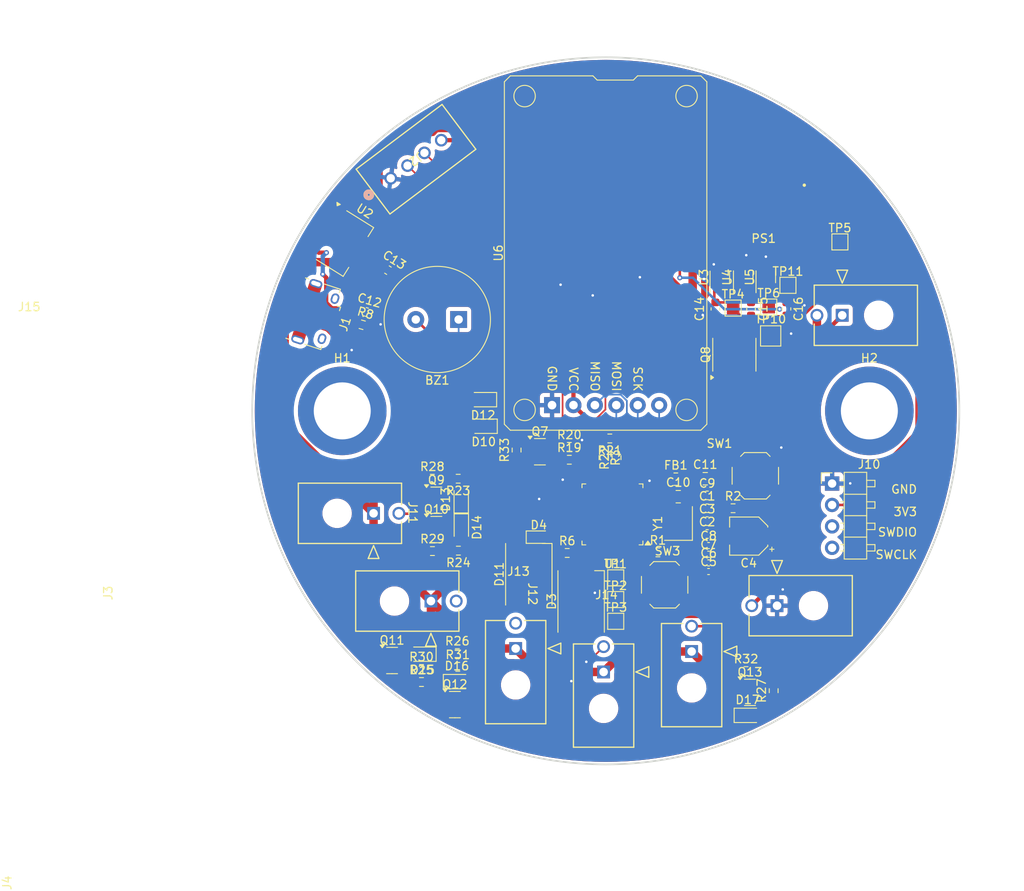
<source format=kicad_pcb>
(kicad_pcb (version 20221018) (generator pcbnew)
  (layers (0 "F.Cu" signal) (31 "B.Cu" signal) (34 "B.Paste" user) (35 "F.Paste" user) (36 "B.SilkS" user "B.Silkscreen") (37 "F.SilkS" user "F.Silkscreen") (38 "B.Mask" user) (39 "F.Mask" user) (44 "Edge.Cuts" user))
  (net 0 "")
  (net 1 "Net-(BZ1-+)")
  (net 2 "Net-(BZ1--)")
  (net 3 "STM_RESET")
  (net 4 "GND")
  (net 5 "OSC_IN")
  (net 6 "OSC_OUT")
  (net 7 "+3.3V")
  (net 8 "+3.3VA")
  (net 9 "/USB_5V")
  (net 10 "V_REGUSB")
  (net 11 "V_SWD")
  (net 12 "V_Buck")
  (net 13 "Net-(D11-DIN)")
  (net 14 "RGB_DATA")
  (net 15 "Net-(D4-A)")
  (net 16 "+BATT")
  (net 18 "Net-(D13-A)")
  (net 19 "Net-(D14-A)")
  (net 20 "Net-(D15-A)")
  (net 21 "Net-(D16-A)")
  (net 22 "Net-(D17-A)")
  (net 23 "USB_D-")
  (net 24 "USB_D+")
  (net 27 "MUX_SDA")
  (net 28 "MUX_SCL")
  (net 29 "Net-(J3-Pad1)")
  (net 30 "Net-(J3-Pad2)")
  (net 31 "SWDIO")
  (net 32 "SWCLK")
  (net 34 "Net-(Q7-G)")
  (net 35 "Net-(Q9-G)")
  (net 36 "Net-(Q10-G)")
  (net 37 "Net-(Q11-G)")
  (net 38 "Net-(Q12-G)")
  (net 39 "Net-(Q13-G)")
  (net 40 "BOOT0")
  (net 41 "BOOT1")
  (net 42 "DB_LED")
  (net 43 "BUZZER")
  (net 44 "BATT_SENSE")
  (net 45 "Sol_0")
  (net 46 "Sol_1")
  (net 47 "Sol_2")
  (net 48 "Sol_3")
  (net 49 "Pump")
  (net 50 "Net-(U1-PB5)")
  (net 51 "Net-(U1-PB6)")
  (net 52 "Net-(U1-PB7)")
  (net 56 "SD_CS")
  (net 57 "SD_CLK")
  (net 58 "SD_MISO")
  (net 59 "SD_MOSI")
  (footprint "Resistor_SMD:R_0603_1608Metric" (layer "F.Cu") (at 171.4875 130.95)
    (fp_text reference "R28")
    (fp_text value "510R" hide)
  )
  (footprint "Package_TO_SOT_SMD:SOT-23" (layer "F.Cu") (at 171.9625 136.975)
    (fp_text reference "Q10")
    (fp_text value "AO3400A" hide)
  )
  (footprint "Package_QFP:LQFP-48_7x7mm_P0.5mm" (layer "F.Cu") (at 192.8375 135.175 180)
    (fp_text reference "U1")
    (fp_text value "STM32F103CBT6" hide)
  )
  (footprint "Diode_SMD:D_SOD-323" (layer "F.Cu") (at 174.9125 133.4 90)
    (fp_text reference "D13")
    (fp_text value "1N5819WS" hide)
  )
  (footprint "Diode_SMD:D_SOD-323" (layer "F.Cu") (at 208.875 159)
    (fp_text reference "D17")
    (fp_text value "1N5819WS" hide)
  )
  (footprint "Capacitor_SMD:C_0603_1608Metric" (layer "F.Cu") (at 166.225 106.225 -32)
    (fp_text reference "C13")
    (fp_text value "10uF" hide)
  )
  (footprint "TestPoint:TestPoint_Pad_1.5x1.5mm" (layer "F.Cu") (at 213.641474 108.022066)
    (fp_text reference "TP11")
    (fp_text value "TP_VBUCK" hide)
  )
  (footprint "CONV_K7812JT-500R3-LB:CONV_K7812JT-500R3-LB" (layer "F.Cu") (at 208.88 92.99 180)
    (fp_text reference "PS1")
    (fp_text value "K7803JT-500R3-LB")
  )
  (footprint "Rod_Mounting_Hole_6.7564mm:Rod_Mounting_Hole_6.7564mm" (layer "F.Cu") (at 223.292 122.905)
    (fp_text reference "H2")
    (fp_text value "MountingHole" hide)
  )
  (footprint "LED_SMD:LED_0603_1608Metric" (layer "F.Cu") (at 184.1 137.875)
    (fp_text reference "D4")
    (fp_text value "DB_LED (YLW)" hide)
  )
  (footprint "Resistor_SMD:R_0603_1608Metric" (layer "F.Cu") (at 207.1375 134.45)
    (fp_text reference "R2")
    (fp_text value "10k" hide)
  )
  (footprint "Diode_SMD:D_SOD-323" (layer "F.Cu") (at 177.5 121.575 180)
    (fp_text reference "D12")
    (fp_text value "1N5819WS" hide)
  )
  (footprint "CONN 0430450200:CON_430450200_MOL" (layer "F.Cu") (at 202.225 151.430001)
    (fp_text reference "J15")
    (fp_text value "430450200" hide)
  )
  (footprint "Package_TO_SOT_SMD:SOT-23" (layer "F.Cu") (at 209.1375 156.275)
    (fp_text reference "Q13")
    (fp_text value "AO3400A" hide)
  )
  (footprint "Resistor_SMD:R_0603_1608Metric" (layer "F.Cu") (at 174.55 130.95 180)
    (fp_text reference "R23")
    (fp_text value "10k" hide)
  )
  (footprint "CONN 0430450200:CON_430450200_MOL" (layer "F.Cu") (at 220.074999 111.575 90)
    (fp_text reference "J3")
    (fp_text value "430450200" hide)
  )
  (footprint "Button_Switch_SMD:SW_Push_1P1T_XKB_TS-1187A" (layer "F.Cu") (at 199.025 143.525)
    (fp_text reference "SW3")
    (fp_text value "SW_STM_BOOT_MODE" hide)
  )
  (footprint "MicroSD Card Reader:MicroSD Card Reader" (layer "F.Cu") (at 192.025 104.191 90)
    (fp_text reference "U6")
    (fp_text value "Micro_SD_Reader" hide)
  )
  (footprint "LMR66100:SC-70-6_Handsoldering" (layer "F.Cu") (at 211.016474 107.047066 90)
    (fp_text reference "U5")
    (fp_text value "LM66100DCKR" hide)
  )
  (footprint "TestPoint:TestPoint_Pad_1.5x1.5mm" (layer "F.Cu") (at 211.366474 110.597066)
    (fp_text reference "TP6")
    (fp_text value "TP_VUSB" hide)
  )
  (footprint "Resistor_SMD:R_0603_1608Metric" (layer "F.Cu") (at 170.2 153.5)
    (fp_text reference "R30")
    (fp_text value "510R" hide)
  )
  (footprint "Resistor_SMD:R_0603_1608Metric" (layer "F.Cu") (at 174.45 151.625)
    (fp_text reference "R26")
    (fp_text value "10k" hide)
  )
  (footprint "Capacitor_SMD:C_0603_1608Metric" (layer "F.Cu") (at 209.266474 110.822066 -90)
    (fp_text reference "C15")
    (fp_text value "1uF" hide)
  )
  (footprint "Capacitor_SMD:C_0603_1608Metric" (layer "F.Cu") (at 163.644978 111.188619 -16)
    (fp_text reference "C12")
    (fp_text value "10uF" hide)
  )
  (footprint "Resistor_SMD:R_0603_1608Metric" (layer "F.Cu") (at 211.95 156.075 90)
    (fp_text reference "R27")
    (fp_text value "10k" hide)
  )
  (footprint "Resistor_SMD:R_0805_2012Metric" (layer "F.Cu") (at 200.35 131)
    (fp_text reference "FB1")
    (fp_text value "100R" hide)
  )
  (footprint "Capacitor_SMD:C_0603_1608Metric" (layer "F.Cu") (at 204.0625 134.45)
    (fp_text reference "C1")
    (fp_text value "100nF" hide)
  )
  (footprint "Diode_SMD:D_SOD-323" (layer "F.Cu") (at 174.925 136.725 -90)
    (fp_text reference "D14")
    (fp_text value "1N5819WS" hide)
  )
  (footprint "Resistor_SMD:R_0603_1608Metric" (layer "F.Cu") (at 163.175 112.7 -16)
    (fp_text reference "R8")
    (fp_text value "1.5k" hide)
  )
  (footprint "SWD_Header:SWD_PinHeader_1x04_P2.54mm_Horizontal" (layer "F.Cu") (at 218.875 131.52)
    (fp_text reference "J10")
    (fp_text value "SWD_01x04_Pin" hide)
  )
  (footprint "Capacitor_SMD:C_0603_1608Metric" (layer "F.Cu") (at 204.0625 132.925)
    (fp_text reference "C9")
    (fp_text value "10n" hide)
  )
  (footprint "Package_TO_SOT_SMD:SOT-23" (layer "F.Cu") (at 174.1625 157.725)
    (fp_text reference "Q12")
    (fp_text value "AO3400A" hide)
  )
  (footprint "TestPoint:TestPoint_Pad_1.5x1.5mm" (layer "F.Cu") (at 193.225 142.7)
    (fp_text reference "TP1")
    (fp_text value "TP_PB5" hide)
  )
  (footprint "Package_SO:SOIC-8_3.9x4.9mm_P1.27mm" (layer "F.Cu") (at 207.286474 116.247066 90)
    (fp_text reference "Q8")
    (fp_text value "AO4447A" hide)
  )
  (footprint "Package_TO_SOT_SMD:SOT-23" (layer "F.Cu") (at 171.9625 133.5)
    (fp_text reference "Q9")
    (fp_text value "AO3400A" hide)
  )
  (footprint "Resistor_SMD:R_0603_1608Metric" (layer "F.Cu") (at 174.5 153.25)
    (fp_text reference "R31")
    (fp_text value "510R" hide)
  )
  (footprint "Button_Switch_SMD:SW_Push_1P1T_XKB_TS-1187A" (layer "F.Cu") (at 209.775 130.6)
    (fp_text reference "SW1")
    (fp_text value "SW_STM_RESET" hide)
  )
  (footprint "CONN 0430450200:CON_430450200_MOL" (layer "F.Cu") (at 171.319999 145.45 -90)
    (fp_text reference "J12")
    (fp_text value "430450200" hide)
  )
  (footprint "LMR66100:SC-70-6_Handsoldering" (layer "F.Cu") (at 205.566474 107.072066 90)
    (fp_text reference "U3")
    (fp_text value "LM66100DCKR" hide)
  )
  (footprint "CONN 0430450200:CON_430450200_MOL" (layer "F.Cu") (at 212.35 146 90)
    (fp_text reference "J4")
    (fp_text value "430450200" hide)
  )
  (footprint "TestPoint:TestPoint_Pad_1.5x1.5mm" (layer "F.Cu") (at 219.8 102.875)
    (fp_text reference "TP5")
    (fp_text value "TP_MUX" hide)
  )
  (footprint "Resistor_SMD:R_0603_1608Metric" (layer "F.Cu") (at 198.225 139.675)
    (fp_text reference "R1")
    (fp_text value "100k" hide)
  )
  (footprint "Capacitor_SMD:C_0603_1608Metric" (layer "F.Cu") (at 204.0625 137.5)
    (fp_text reference "C2")
    (fp_text value "10p" hide)
  )
  (footprint "B04B_XASK_1:CONN_B04B-XASK-1_JST" (layer "F.Cu") (at 166.555357 95.332125 -143)
    (fp_text reference "J2")
    (fp_text value "B04B-XASK-1")
  )
  (footprint "Buzzer_12.6x9.5RM5.0:Buzzer_12.6x9.5RM5.0" (layer "F.Cu") (at 175.875 112.075 180)
    (fp_text reference "BZ1")
    (fp_text value "PKM13EPYH4000" hide)
  )
  (footprint "Capacitor_SMD:C_0805_2012Metric" (layer "F.Cu") (at 203.8375 130.95)
    (fp_text reference "C11")
    (fp_text value "1uF" hide)
  )
  (footprint "TestPoint:TestPoint_Pad_1.5x1.5mm" (layer "F.Cu") (at 193.225 147.85)
    (fp_text reference "TP3")
    (fp_text value "TP_PB7" hide)
  )
  (footprint "USB_Micro-B_Amphenol_10118194_Horizontal:USB_Micro-B_Amphenol_10118194_Horizontal" (layer "F.Cu") (at 157.844382 111.549189 -108)
    (fp_text reference "J1")
    (fp_text value "USB_B_Micro" hide)
  )
  (footprint "Resistor_SMD:R_0603_1608Metric" (layer "F.Cu") (at 174.575 139.475 180)
    (fp_text reference "R24")
    (fp_text value "10k" hide)
  )
  (footprint "Diode_SMD:D_SOD-323" (layer "F.Cu") (at 170.325 151.75 180)
    (fp_text reference "D15")
    (fp_text value "1N5819WS" hide)
  )
  (footprint "Diode_SMD:D_SOD-323" (layer "F.Cu") (at 174.4 155)
    (fp_text reference "D16")
    (fp_text value "1N5819WS" hide)
  )
  (footprint "Resistor_SMD:R_0603_1608Metric" (layer "F.Cu") (at 187.725 128.7)
    (fp_text reference "R19")
    (fp_text value "10k" hide)
  )
  (footprint "Resistor_SMD:R_0603_1608Metric" (layer "F.Cu") (at 171.5 139.525)
    (fp_text reference "R29")
    (fp_text value "510R" hide)
  )
  (footprint "TestPoint:TestPoint_Pad_1.5x1.5mm" (layer "F.Cu") (at 207.141474 110.722066)
    (fp_text reference "TP4")
    (fp_text value "TP_VSWD" hide)
  )
  (footprint "TestPoint:TestPoint_Pad_2.0x2.0mm" (layer "F.Cu") (at 211.591474 114.022066)
    (fp_text reference "TP10")
    (fp_text value "TP_GND1" hide)
  )
  (footprint "Diode_SMD:D_SOD-323" (layer "F.Cu") (at 177.575 124.725 180)
    (fp_text reference "D10")
    (fp_text value "1N5819WS" hide)
  )
  (footprint "Package_TO_SOT_SMD:SOT-223-3_TabPin2" (layer "F.Cu") (at 161.10298 103.058142 -32)
    (fp_text reference "U2")
    (fp_text value "AMS1117-3.3" hide)
  )
  (footprint "LED_SMD:LED_WS2812B_PLCC4_5.0x5.0mm_P3.2mm" (layer "F.Cu") (at 182.925 142.275 90)
    (fp_text reference "D11")
    (fp_text value "WS2812B" hide)
  )
  (footprint "Resistor_SMD:R_0603_1608Metric" (layer "F.Cu") (at 187.725 127.175)
    (fp_text reference "R20")
    (fp_text value "510R" hide)
  )
  (footprint "Package_TO_SOT_SMD:SOT-23" (layer "F.Cu") (at 166.7125 152.5)
    (fp_text reference "Q11")
    (fp_text value "AO3400A" hide)
  )
  (footprint "Resistor_SMD:R_0603_1608Metric" (layer "F.Cu") (at 193.325 128.45 90)
    (fp_text reference "R22")
    (fp_text value "10k" hide)
  )
  (footprint "Resistor_SMD:R_0603_1608Metric" (layer "F.Cu") (at 191.775 128.45 -90)
    (fp_text reference "R3")
    (fp_text value "100k" hide)
  )
  (footprint "Capacitor_SMD:C_0603_1608Metric" (layer "F.Cu") (at 204.0625 135.975)
    (fp_text reference "C3")
    (fp_text value "10p" hide)
  )
  (footprint "Package_TO_SOT_SMD:SOT-23" (layer "F.Cu") (at 184.2375 127.75)
    (fp_text reference "Q7")
    (fp_text value "AO3400A")
  )
  (footprint "LED_SMD:LED_WS2812B_PLCC4_5.0x5.0mm_P3.2mm" (layer "F.Cu") (at 189.125 145.5 90)
    (fp_text reference "D3")
    (fp_text value "WS2812B" hide)
  )
  (footprint "Resistor_SMD:R_0603_1608Metric" (layer "F.Cu") (at 208.675 153.75)
    (fp_text reference "R32")
    (fp_text value "510R" hide)
  )
  (footprint "Capacitor_SMD:C_0402_1005Metric" (layer "F.Cu") (at 204.2325 139.9)
    (fp_text reference "C7")
    (fp_text value "100n" hide)
  )
  (footprint "LMR66100:SC-70-6_Handsoldering" (layer "F.Cu") (at 208.341474 107.047066 90)
    (fp_text reference "U4")
    (fp_text value "LM66100DCKR" hide)
  )
  (footprint "Resistor_SMD:R_0603_1608Metric" (layer "F.Cu") (at 181.475 127.55 90)
    (fp_text reference "R33")
    (fp_text value "1k")
  )
  (footprint "Crystal:Crystal_SMD_3225-4Pin_3.2x2.5mm" (layer "F.Cu") (at 200.6625 136.25 90)
    (fp_text reference "Y1")
    (fp_text value "X322516MMB4SI" hide)
  )
  (footprint "Capacitor_SMD:C_0402_1005Metric" (layer "F.Cu") (at 204.2325 141.95)
    (fp_text reference "C5")
    (fp_text value "100n" hide)
  )
  (footprint "Resistor_SMD:R_0603_1608Metric" (layer "F.Cu") (at 192.525 126.175 180)
    (fp_text reference "R21")
    (fp_text value "30k" hide)
  )
  (footprint "Rod_Mounting_Hole_6.7564mm:Rod_Mounting_Hole_6.7564mm" (layer "F.Cu") (at 160.808 122.905)
    (fp_text reference "H1")
    (fp_text value "MountingHole" hide)
  )
  (footprint "CONN 0430450200:CON_430450200_MOL" (layer "F.Cu") (at 191.789649 153.855001)
    (fp_text reference "J14")
    (fp_text value "430450200" hide)
  )
  (footprint "Capacitor_SMD:C_0805_2012Metric" (layer "F.Cu") (at 200.6375 133.075)
    (fp_text reference "C10")
    (fp_text value "1uF" hide)
  )
  (footprint "Resistor_SMD:R_0603_1608Metric" (layer "F.Cu") (at 187.475 139.75)
    (fp_text reference "R6")
    (fp_text value "560" hide)
  )
  (footprint "Resistor_SMD:R_0603_1608Metric" (layer "F.Cu") (at 170.2 155.05)
    (fp_text reference "R25")
    (fp_text value "10k" hide)
  )
  (footprint "CONN 0430450200:CON_430450200_MOL" (layer "F.Cu") (at 181.364649 151.075001)
    (fp_text reference "J13")
    (fp_text value "430450200" hide)
  )
  (footprint "Capacitor_SMD:C_0402_1005Metric" (layer "F.Cu") (at 204.2375 140.925)
    (fp_text reference "C6")
    (fp_text value "100n" hide)
  )
  (footprint "CONN 0430450200:CON_430450200_MOL" (layer "F.Cu") (at 164.519999 135.05 -90)
    (fp_text reference "J11")
    (fp_text value "430450200" hide)
  )
  (footprint "TestPoint:TestPoint_Pad_1.5x1.5mm" (layer "F.Cu") (at 193.225 145.275)
    (fp_text reference "TP2")
    (fp_text value "TP_PB6" hide)
  )
  (footprint "Capacitor_SMD:CP_Elec_4x5.4" (layer "F.Cu") (at 208.9875 137.75 180)
    (fp_text reference "C4")
    (fp_text value "10uF" hide)
  )
  (footprint "Capacitor_SMD:C_0402_1005Metric" (layer "F.Cu") (at 204.2325 138.875)
    (fp_text reference "C8")
    (fp_text value "100n" hide)
  )
  (footprint "Capacitor_SMD:C_0603_1608Metric" (layer "F.Cu") (at 205.041474 110.822066 -90)
    (fp_text reference "C14")
    (fp_text value "1uF" hide)
  )
  (footprint "Capacitor_SMD:C_0603_1608Metric" (layer "F.Cu") (at 213.466474 110.822066 -90)
    (fp_text reference "C16")
    (fp_text value "1uF" hide)
  )
  (gr_circle (center 192.05 122.905) (end 233.96 122.905) (stroke (width 0.2)) (fill none) (layer "Edge.Cuts"))
  (segment (start 178.55 124.65) (end 178.625 124.725) (width 0.2) (layer "F.Cu") (net 1))
  (segment (start 178.55 121.575) (end 178.55 124.65) (width 0.2) (layer "F.Cu") (net 1))
  (segment (start 180.625 126.725) (end 178.625 124.725) (width 0.3) (layer "F.Cu") (net 1))
  (segment (start 181.475 126.725) (end 180.625 126.725) (width 0.3) (layer "F.Cu") (net 1))
  (segment (start 174.605 117.582) (end 178.435 121.412) (width 0.2) (layer "B.Cu") (net 1))
  (segment (start 174.605 112.075) (end 174.605 117.582) (width 0.2) (layer "B.Cu") (net 1))
  (segment (start 182.575 127.75) (end 182.1 127.75) (width 0.3) (layer "F.Cu") (net 2))
  (segment (start 177.825 120.375) (end 169.525 112.075) (width 0.3) (layer "F.Cu") (net 2))
  (segment (start 185.175 127.75) (end 182.575 127.75) (width 0.3) (layer "F.Cu") (net 2))
  (segment (start 182.575 127.75) (end 180.692808 127.75) (width 0.3) (layer "F.Cu") (net 2))
  (segment (start 180.692808 127.75) (end 177.825 124.882192) (width 0.3) (layer "F.Cu") (net 2))
  (segment (start 177.825 124.882192) (end 177.825 120.375) (width 0.3) (layer "F.Cu") (net 2))
  (segment (start 182.1 127.75) (end 181.475 128.375) (width 0.3) (layer "F.Cu") (net 2))
  (segment (start 161.925 115.697) (end 160.655 114.427) (width 0.2) (layer "F.Cu") (net 4))
  (segment (start 211.016474 105.897066) (end 211.016474 104.633526) (width 0.3) (layer "F.Cu") (net 4))
  (segment (start 212.852 127.254) (end 212.852 128.648) (width 0.2) (layer "F.Cu") (net 4))
  (segment (start 208.341474 104.808526) (end 208.7 104.45) (width 0.3) (layer "F.Cu") (net 4))
  (segment (start 212.852 128.648) (end 212.775 128.725) (width 0.2) (layer "F.Cu") (net 4))
  (segment (start 211.866474 113.747066) (end 211.591474 114.022066) (width 0.3) (layer "F.Cu") (net 4))
  (segment (start 202.040256 128.725) (end 206.775 128.725) (width 0.2) (layer "F.Cu") (net 4))
  (segment (start 190.75 143.075) (end 190.775 143.05) (width 0.3) (layer "F.Cu") (net 4))
  (segment (start 209.266474 111.597066) (end 209.366474 111.697066) (width 0.3) (layer "F.Cu") (net 4))
  (segment (start 214.391474 111.597066) (end 215.591474 110.397066) (width 0.3) (layer "F.Cu") (net 4))
  (segment (start 203.841474 107.122066) (end 205.566474 107.122066) (width 0.3) (layer "F.Cu") (net 4))
  (segment (start 214.016474 113.747066) (end 211.866474 113.747066) (width 0.3) (layer "F.Cu") (net 4))
  (segment (start 209.366474 111.697066) (end 213.366474 111.697066) (width 0.3) (layer "F.Cu") (net 4))
  (segment (start 208.341474 105.897066) (end 208.341474 104.808526) (width 0.3) (layer "F.Cu") (net 4))
  (segment (start 208.341474 108.197066) (end 208.341474 105.897066) (width 0.3) (layer "F.Cu") (net 4))
  (segment (start 213.466474 111.597066) (end 214.391474 111.597066) (width 0.3) (layer "F.Cu") (net 4))
  (segment (start 165.354 112.366282) (end 164.389956 111.402238) (width 0.2) (layer "F.Cu") (net 4))
  (segment (start 205.566474 107.122066) (end 205.566474 108.222066) (width 0.3) (layer "F.Cu") (net 4))
  (segment (start 218.875 131.52) (end 221.005 131.52) (width 0.3) (layer "F.Cu") (net 4))
  (segment (start 200.45 131.9375) (end 200.45 130.315256) (width 0.2) (layer "F.Cu") (net 4))
  (segment (start 204.991474 111.547066) (end 205.041474 111.597066) (width 0.3) (layer "F.Cu") (net 4))
  (segment (start 203.691474 107.272066) (end 203.841474 107.122066) (width 0.3) (layer "F.Cu") (net 4))
  (segment (start 201.5875 133.075) (end 200.45 131.9375) (width 0.2) (layer "F.Cu") (net 4))
  (segment (start 212.35 144.75) (end 213.025 144.075) (width 0.3) (layer "F.Cu") (net 4))
  (segment (start 190.75 144.475) (end 190.75 143.075) (width 0.3) (layer "F.Cu") (net 4))
  (segment (start 211.016474 104.633526) (end 211.025 104.625) (width 0.3) (layer "F.Cu") (net 4))
  (segment (start 165.354 112.649) (end 165.354 112.366282) (width 0.2) (layer "F.Cu") (net 4))
  (segment (start 212.35 146) (end 212.35 144.75) (width 0.3) (layer "F.Cu") (net 4))
  (segment (start 205.566474 105.922066) (end 205.566474 107.122066) (width 0.3) (layer "F.Cu") (net 4))
  (segment (start 200.45 130.315256) (end 202.040256 128.725) (width 0.2) (layer "F.Cu") (net 4))
  (segment (start 211.016474 105.897066) (end 211.016474 108.197066) (width 0.3) (layer "F.Cu") (net 4))
  (segment (start 213.366474 111.697066) (end 213.466474 111.597066) (width 0.3) (layer "F.Cu") (net 4))
  (segment (start 159.982953 114.427) (end 158.774139 113.218186) (width 0.2) (layer "F.Cu") (net 4))
  (segment (start 221.005 131.52) (end 221.025 131.5) (width 0.3) (layer "F.Cu") (net 4))
  (segment (start 203.541474 111.547066) (end 204.991474 111.547066) (width 0.3) (layer "F.Cu") (net 4))
  (segment (start 160.655 114.427) (end 159.982953 114.427) (width 0.2) (layer "F.Cu") (net 4))
  (via (at 203.691474 107.272066) (size 0.6) (drill 0.3) (layers "F.Cu" "B.Cu") (net 4))
  (via (at 165.354 112.649) (size 0.6) (drill 0.3) (layers "F.Cu" "B.Cu") (net 4))
  (via (at 190.75 144.475) (size 0.6) (drill 0.3) (layers "F.Cu" "B.Cu") (net 4))
  (via (at 203.541474 111.547066) (size 0.6) (drill 0.3) (layers "F.Cu" "B.Cu") (net 4))
  (via (at 214.016474 113.747066) (size 0.6) (drill 0.3) (layers "F.Cu" "B.Cu") (net 4))
  (via (at 215.591474 110.397066) (size 0.6) (drill 0.3) (layers "F.Cu" "B.Cu") (net 4))
  (via (at 221.025 131.5) (size 0.6) (drill 0.3) (layers "F.Cu" "B.Cu") (net 4))
  (via (at 184.15 133.35) (size 0.6) (drill 0.3) (layers "F.Cu" "B.Cu") (net 4))
  (via (at 211.025 104.625) (size 0.6) (drill 0.3) (layers "F.Cu" "B.Cu") (net 4))
  (via (at 208.7 104.45) (size 0.6) (drill 0.3) (layers "F.Cu" "B.Cu") (net 4))
  (via (at 161.925 115.697) (size 0.6) (drill 0.3) (layers "F.Cu" "B.Cu") (net 4))
  (via (at 213.025 144.075) (size 0.6) (drill 0.3) (layers "F.Cu" "B.Cu") (net 4))
  (via (at 212.852 127.254) (size 0.6) (drill 0.3) (layers "F.Cu" "B.Cu") (net 4))
  (segment (start 218.875 131.52) (end 217.118 131.52) (width 0.2) (layer "B.Cu") (net 4))
  (segment (start 161.925 115.697) (end 162.306 115.697) (width 0.2) (layer "B.Cu") (net 4))
  (segment (start 217.118 131.52) (end 212.852 127.254) (width 0.2) (layer "B.Cu") (net 4))
  (segment (start 162.306 115.697) (end 165.354 112.649) (width 0.2) (layer "B.Cu") (net 4))
  (segment (start 210.107948 103.875) (end 211.527934 103.875) (width 0.5) (layer "F.Cu") (net 7))
  (segment (start 208.991474 108.197066) (end 208.991474 107.597066) (width 0.5) (layer "F.Cu") (net 7))
  (segment (start 196.275 138.75) (end 195.6875 139.3375) (width 0.5) (layer "F.Cu") (net 7))
  (segment (start 204.916474 105.922066) (end 204.916474 105.602474) (width 0.5) (layer "F.Cu") (net 7))
  (segment (start 178.3 134.95) (end 185.975 134.95) (width 0.5) (layer "F.Cu") (net 7))
  (segment (start 189.9875 129.275) (end 189.9875 131.0125) (width 0.5) (layer "F.Cu") (net 7))
  (segment (start 210.366474 106.222066) (end 210.366474 105.897066) (width 0.5) (layer "F.Cu") (net 7))
  (segment (start 178.3 141.75) (end 178.3 134.95) (width 0.5) (layer "F.Cu") (net 7))
  (segment (start 207.291474 105.897066) (end 207.691474 105.897066) (width 0.5) (layer "F.Cu") (net 7))
  (segment (start 187.475 147.95) (end 184.5 147.95) (width 0.5) (layer "F.Cu") (net 7))
  (segment (start 188.215 100.815) (end 189.842 100.815) (width 0.2) (layer "F.Cu") (net 7))
  (segment (start 204.851 105.537) (end 204.916474 105.471526) (width 0.5) (layer "F.Cu") (net 7))
  (segment (start 197.725 138.75) (end 197 138.025) (width 0.5) (layer "F.Cu") (net 7))
  (segment (start 172.61564 121.575) (end 163.968041 112.927401) (width 0.5) (layer "F.Cu") (net 7))
  (segment (start 206.025 133.5) (end 205.825 133.3) (width 0.5) (layer "F.Cu") (net 7))
  (segment (start 172.545123 90.818512) (end 178.218512 90.818512) (width 0.5) (layer "F.Cu") (net 7))
  (segment (start 204.966474 104.722066) (end 206.816474 104.722066) (width 0.5) (layer "F.Cu") (net 7))
  (segment (start 207.83854 103.7) (end 209.05 103.7) (width 0.5) (layer "F.Cu") (net 7))
  (segment (start 188.215 100.815) (end 188.215 122.225) (width 0.5) (layer "F.Cu") (net 7))
  (segment (start 189.9875 123.9975) (end 189.9875 129.275) (width 0.5) (layer "F.Cu") (net 7))
  (segment (start 201.2625 131) (end 202.8375 131) (width 0.5) (layer "F.Cu") (net 7))
  (segment (start 205.825 133.3) (end 205.825 130.265622) (width 0.5) (layer "F.Cu") (net 7))
  (segment (start 207.691474 105.897066) (end 207.691474 104.747066) (width 0.5) (layer "F.Cu") (net 7))
  (segment (start 206.216474 108.222066) (end 206.216474 107.122066) (width 0.5) (layer "F.Cu") (net 7))
  (segment (start 202.8375 131) (end 202.8875 130.95) (width 0.5) (layer "F.Cu") (net 7))
  (segment (start 208.991474 107.597066) (end 210.366474 106.222066) (width 0.5) (layer "F.Cu") (net 7))
  (segment (start 203.7525 140.93) (end 203.7575 140.925) (width 0.5) (layer "F.Cu") (net 7))
  (segment (start 204.242501 142.75) (end 205.7875 142.75) (width 0.5) (layer "F.Cu") (net 7))
  (segment (start 186.8 132.4625) (end 186.8 135.775) (width 0.5) (layer "F.Cu") (net 7))
  (segment (start 204.916474 105.602474) (end 204.851 105.537) (width 0.5) (layer "F.Cu") (net 7))
  (segment (start 212.316474 107.547066) (end 211.666474 108.197066) (width 0.5) (layer "F.Cu") (net 7))
  (segment (start 218.55 102.875) (end 216.727934 104.697066) (width 0.5) (layer "F.Cu") (net 7))
  (segment (start 210.7875 137.275) (end 207.9625 134.45) (width 0.5) (layer "F.Cu") (net 7))
  (segment (start 206.816474 107.122066) (end 206.816474 106.372066) (width 0.5) (layer "F.Cu") (net 7))
  (segment (start 178.218512 90.818512) (end 188.215 100.815) (width 0.5) (layer "F.Cu") (net 7))
  (segment (start 204.916474 105.471526) (end 204.916474 104.772066) (width 0.5) (layer "F.Cu") (net 7))
  (segment (start 210.7875 137.75) (end 210.7875 137.275) (width 0.5) (layer "F.Cu") (net 7))
  (segment (start 204.916474 104.772066) (end 204.966474 104.722066) (width 0.5) (layer "F.Cu") (net 7))
  (segment (start 203.7525 138.875) (end 203.6275 138.75) (width 0.5) (layer "F.Cu") (net 7))
  (segment (start 205.825 130.265622) (end 205.334378 129.775) (width 0.5) (layer "F.Cu") (net 7))
  (segment (start 186.8 137.032042) (end 187.792958 138.025) (width 0.5) (layer "F.Cu") (net 7))
  (segment (start 205.334378 129.775) (end 204.0625 129.775) (width 0.5) (layer "F.Cu") (net 7))
  (segment (start 209.05 103.7) (end 209.666474 104.316474) (width 0.5) (layer "F.Cu") (net 7))
  (segment (start 211.527934 103.875) (end 212.35 104.697066) (width 0.5) (layer "F.Cu") (net 7))
  (segment (start 209.666474 104.697066) (end 210.366474 105.397066) (width 0.5) (layer "F.Cu") (net 7))
  (segment (start 184.5 147.95) (end 181.275 144.725) (width 0.5) (layer "F.Cu") (net 7))
  (segment (start 197.725 138.75) (end 196.275 138.75) (width 0.5) (layer "F.Cu") (net 7))
  (segment (start 216.727934 104.697066) (end 212.35 104.697066) (width 0.5) (layer "F.Cu") (net 7))
  (segment (start 206.216474 107.122066) (end 206.816474 107.122066) (width 0.5) (layer "F.Cu") (net 7))
  (segment (start 203.7525 141.95) (end 203.7525 140.93) (width 0.5) (layer "F.Cu") (net 7))
  (segment (start 212.35 104.697066) (end 212.266474 104.697066) (width 0.5) (layer "F.Cu") (net 7))
  (segment (start 207.9625 134.45) (end 207.0125 133.5) (width 0.5) (layer "F.Cu") (net 7))
  (segment (start 204.0625 129.775) (end 202.8875 130.95) (width 0.5) (layer "F.Cu") (net 7))
  (segment (start 212.316474 104.747066) (end 212.316474 107.547066) (width 0.5) (layer "F.Cu") (net 7))
  (segment (start 203.6275 138.75) (end 197.725 138.75) (width 0.5) (layer "F.Cu") (net 7))
  (segment (start 203.7575 140.925) (end 203.7575 138.88) (width 0.5) (layer "F.Cu") (net 7))
  (segment (start 209.666474 104.316474) (end 210.107948 103.875) (width 0.5) (layer "F.Cu") (net 7))
  (segment (start 185.975 134.95) (end 186.8 135.775) (width 0.5) (layer "F.Cu") (net 7))
  (segment (start 181.275 144.725) (end 178.3 141.75) (width 0.5) (layer "F.Cu") (net 7))
  (segment (start 206.816474 104.722066) (end 207.691474 105.597066) (width 0.5) (layer "F.Cu") (net 7))
  (segment (start 176.45 121.575) (end 172.61564 121.575) (width 0.5) (layer "F.Cu") (net 7))
  (segment (start 189.842 100.815) (end 196.088 107.061) (width 0.2) (layer "F.Cu") (net 7))
  (segment (start 206.816474 106.372066) (end 207.291474 105.897066) (width 0.5) (layer "F.Cu") (net 7))
  (segment (start 189.9875 129.275) (end 186.8 132.4625) (width 0.5) (layer "F.Cu") (net 7))
  (segment (start 205.7875 142.75) (end 210.7875 137.75) (width 0.5) (layer "F.Cu") (net 7))
  (segment (start 207.691474 105.597066) (end 207.691474 105.897066) (width 0.5) (layer "F.Cu") (net 7))
  (segment (start 207.0125 133.5) (end 206.025 133.5) (width 0.5) (layer "F.Cu") (net 7))
  (segment (start 210.366474 105.397066) (end 210.366474 105.897066) (width 0.5) (layer "F.Cu") (net 7))
  (segment (start 212.266474 104.697066) (end 212.316474 104.747066) (width 0.5) (layer "F.Cu") (net 7))
  (segment (start 219.8 102.875) (end 218.55 102.875) (width 0.5) (layer "F.Cu") (net 7))
  (segment (start 186.8 135.775) (end 186.8 137.032042) (width 0.5) (layer "F.Cu") (net 7))
  (segment (start 207.691474 104.747066) (end 207.741474 104.697066) (width 0.5) (layer "F.Cu") (net 7))
  (segment (start 203.7525 141.95) (end 203.7525 142.259999) (width 0.5) (layer "F.Cu") (net 7))
  (segment (start 209.666474 104.316474) (end 209.666474 104.697066) (width 0.5) (layer "F.Cu") (net 7))
  (segment (start 206.816474 104.722066) (end 207.83854 103.7) (width 0.5) (layer "F.Cu") (net 7))
  (segment (start 188.215 122.225) (end 189.9875 123.9975) (width 0.5) (layer "F.Cu") (net 7))
  (segment (start 203.7525 142.259999) (end 204.242501 142.75) (width 0.5) (layer "F.Cu") (net 7))
  (segment (start 203.7575 138.88) (end 203.7525 138.875) (width 0.5) (layer "F.Cu") (net 7))
  (via (at 196.088 107.061) (size 0.6) (drill 0.3) (layers "F.Cu" "B.Cu") (net 7))
  (via (at 204.851 105.537) (size 0.6) (drill 0.3) (layers "F.Cu" "B.Cu") (net 7))
  (segment (start 196.088 107.061) (end 197.612 105.537) (width 0.2) (layer "B.Cu") (net 7))
  (segment (start 197.612 105.537) (end 204.851 105.537) (width 0.2) (layer "B.Cu") (net 7))
  (segment (start 199.4375 133.2905) (end 199.4375 131) (width 0.2) (layer "F.Cu") (net 8))
  (segment (start 200.7125 134.1) (end 199.6875 133.075) (width 0.2) (layer "F.Cu") (net 8))
  (segment (start 197.76991 133.925) (end 197 133.925) (width 0.2) (layer "F.Cu") (net 8))
  (segment (start 198.628 134.1) (end 197.94491 134.1) (width 0.2) (layer "F.Cu") (net 8))
  (segment (start 202.1125 134.1) (end 200.7125 134.1) (width 0.2) (layer "F.Cu") (net 8))
  (segment (start 203.2875 132.925) (end 202.1125 134.1) (width 0.2) (layer "F.Cu") (net 8))
  (segment (start 198.628 134.1) (end 199.4375 133.2905) (width 0.2) (layer "F.Cu") (net 8))
  (segment (start 197.94491 134.1) (end 197.76991 133.925) (width 0.2) (layer "F.Cu") (net 8))
  (segment (start 202.1125 134.1) (end 198.628 134.1) (width 0.2) (layer "F.Cu") (net 8))
  (segment (start 158.925 104.15) (end 158.023407 104.15) (width 0.5) (layer "F.Cu") (net 9))
  (segment (start 158.903924 110.07178) (end 158.903924 107.103924) (width 0.5) (layer "F.Cu") (net 9))
  (segment (start 158.023407 104.15) (end 157.212814 103.339407) (width 0.5) (layer "F.Cu") (net 9))
  (segment (start 159.577583 110.745439) (end 161.982721 110.745439) (width 0.5) (layer "F.Cu") (net 9))
  (segment (start 158.903924 107.103924) (end 158.5 106.7) (width 0.5) (layer "F.Cu") (net 9))
  (segment (start 159.577583 110.745439) (end 158.903924 110.07178) (width 0.5) (layer "F.Cu") (net 9))
  (segment (start 161.982721 110.745439) (end 162.060044 110.822762) (width 0.5) (layer "F.Cu") (net 9))
  (via (at 158.925 104.15) (size 0.6) (drill 0.3) (layers "F.Cu" "B.Cu") (net 9))
  (via (at 158.5 106.7) (size 0.6) (drill 0.3) (layers "F.Cu" "B.Cu") (net 9))
  (segment (start 158.5 104.575) (end 158.925 104.15) (width 0.5) (layer "B.Cu") (net 9))
  (segment (start 158.5 106.7) (end 158.5 104.575) (width 0.5) (layer "B.Cu") (net 9))
  (segment (start 165.525 92.05) (end 164.364032 92.05) (width 0.3) (layer "F.Cu") (net 10))
  (segment (start 200.825 105.575) (end 182.925 87.675) (width 0.3) (layer "F.Cu") (net 10))
  (segment (start 209.266474 110.047066) (end 210.816474 110.047066) (width 0.3) (layer "F.Cu") (net 10))
  (segment (start 209.266474 109.822066) (end 209.266474 110.047066) (width 0.3) (layer "F.Cu") (net 10))
  (segment (start 207.691474 109.147066) (end 207.841474 109.297066) (width 0.3) (layer "F.Cu") (net 10))
  (segment (start 200.825 107.125) (end 200.825 105.575) (width 0.3) (layer "F.Cu") (net 10))
  (segment (start 212.65 110.85) (end 211.619408 110.85) (width 0.3) (layer "F.Cu") (net 10))
  (segment (start 211.619408 110.85) (end 211.366474 110.597066) (width 0.3) (layer "F.Cu") (net 10))
  (segment (start 207.691474 108.197066) (end 207.691474 109.147066) (width 0.3) (layer "F.Cu") (net 10))
  (segment (start 164.364032 92.05) (end 162.25 94.164032) (width 0.3) (layer "F.Cu") (net 10))
  (segment (start 170.336464 88.95) (end 168.625 88.95) (width 0.3) (layer "F.Cu") (net 10))
  (segment (start 162.25 102.49655) (end 165.567763 105.814313) (width 0.3) (layer "F.Cu") (net 10))
  (segment (start 158.431628 101.388896) (end 160.43584 101.388896) (width 0.3) (layer "F.Cu") (net 10))
  (segment (start 182.925 87.675) (end 171.611464 87.675) (width 0.3) (layer "F.Cu") (net 10))
  (segment (start 207.841474 109.297066) (end 208.741474 109.297066) (width 0.3) (layer "F.Cu") (net 10))
  (segment (start 168.625 88.95) (end 165.525 92.05) (width 0.3) (layer "F.Cu") (net 10))
  (segment (start 162.25 94.164032) (end 162.25 102.49655) (width 0.3) (layer "F.Cu") (net 10))
  (segment (start 160.43584 101.388896) (end 163.774332 104.727388) (width 0.3) (layer "F.Cu") (net 10))
  (segment (start 171.611464 87.675) (end 170.336464 88.95) (width 0.3) (layer "F.Cu") (net 10))
  (segment (start 208.741474 109.297066) (end 209.266474 109.822066) (width 0.3) (layer "F.Cu") (net 10))
  (segment (start 163.774332 104.727388) (end 164.480838 104.727388) (width 0.3) (layer "F.Cu") (net 10))
  (segment (start 210.816474 110.047066) (end 211.366474 110.597066) (width 0.3) (layer "F.Cu") (net 10))
  (segment (start 164.480838 104.727388) (end 165.567763 105.814313) (width 0.3) (layer "F.Cu") (net 10))
  (via (at 212.65 110.85) (size 0.6) (drill 0.3) (layers "F.Cu" "B.Cu") (net 10))
  (via (at 200.825 107.125) (size 0.6) (drill 0.3) (layers "F.Cu" "B.Cu") (net 10))
  (segment (start 200.825 107.125) (end 202.375 107.125) (width 0.3) (layer "B.Cu") (net 10))
  (segment (start 206.1 110.85) (end 212.65 110.85) (width 0.3) (layer "B.Cu") (net 10))
  (segment (start 202.375 107.125) (end 206.1 110.85) (width 0.3) (layer "B.Cu") (net 10))
  (segment (start 214.683156 112.397066) (end 217.630222 109.45) (width 0.3) (layer "F.Cu") (net 11))
  (segment (start 207.141474 110.722066) (end 207.141474 110.766474) (width 0.3) (layer "F.Cu") (net 11))
  (segment (start 204.916474 108.222066) (end 204.916474 109.922066) (width 0.3) (layer "F.Cu") (net 11))
  (segment (start 220.19 134.06) (end 218.875 134.06) (width 0.3) (layer "F.Cu") (net 11))
  (segment (start 205.041474 110.047066) (end 206.466474 110.047066) (width 0.3) (layer "F.Cu") (net 11))
  (segment (start 228.892 113.117) (end 228.892 125.358) (width 0.3) (layer "F.Cu") (net 11))
  (segment (start 206.466474 110.047066) (end 207.141474 110.722066) (width 0.3) (layer "F.Cu") (net 11))
  (segment (start 204.916474 109.922066) (end 205.041474 110.047066) (width 0.3) (layer "F.Cu") (net 11))
  (segment (start 228.892 125.358) (end 220.19 134.06) (width 0.3) (layer "F.Cu") (net 11))
  (segment (start 207.141474 110.766474) (end 208.772066 112.397066) (width 0.3) (layer "F.Cu") (net 11))
  (segment (start 225.225 109.45) (end 228.892 113.117) (width 0.3) (layer "F.Cu") (net 11))
  (segment (start 217.630222 109.45) (end 225.225 109.45) (width 0.3) (layer "F.Cu") (net 11))
  (segment (start 208.772066 112.397066) (end 214.683156 112.397066) (width 0.3) (layer "F.Cu") (net 11))
  (segment (start 213.641474 109.872066) (end 213.466474 110.047066) (width 0.5) (layer "F.Cu") (net 12))
  (segment (start 210.925 91.6) (end 205.64 91.6) (width 0.5) (layer "F.Cu") (net 12))
  (segment (start 210.416474 109.397066) (end 210.366474 109.347066) (width 0.5) (layer "F.Cu") (net 12))
  (segment (start 213.466474 110.047066) (end 219.43854 104.075) (width 0.5) (layer "F.Cu") (net 12))
  (segment (start 213.641474 108.022066) (end 213.641474 109.872066) (width 0.5) (layer "F.Cu") (net 12))
  (segment (start 213.641474 108.022066) (end 212.266474 109.397066) (width 0.5) (layer "F.Cu") (net 12))
  (segment (start 210.366474 109.347066) (end 210.366474 108.197066) (width 0.5) (layer "F.Cu") (net 12))
  (segment (start 221 104.075) (end 221 101.675) (width 0.5) (layer "F.Cu") (net 12))
  (segment (start 219.43854 104.075) (end 221 104.075) (width 0.5) (layer "F.Cu") (net 12))
  (segment (start 212.266474 109.397066) (end 210.416474 109.397066) (width 0.5) (layer "F.Cu") (net 12))
  (segment (start 221 101.675) (end 210.925 91.6) (width 0.5) (layer "F.Cu") (net 12))
  (segment (start 185.375 144.025) (end 185.375 143.625) (width 0.3) (layer "F.Cu") (net 13))
  (segment (start 186.675 145.325) (end 185.375 144.025) (width 0.3) (layer "F.Cu") (net 13))
  (segment (start 190.775 147.95) (end 189.175 147.95) (width 0.3) (layer "F.Cu") (net 13))
  (segment (start 185.375 143.625) (end 181.575 139.825) (width 0.3) (layer "F.Cu") (net 13))
  (segment (start 181.575 139.825) (end 181.275 139.825) (width 0.3) (layer "F.Cu") (net 13))
  (segment (start 189.175 147.95) (end 186.675 145.45) (width 0.3) (layer "F.Cu") (net 13))
  (segment (start 186.675 145.45) (end 186.675 145.325) (width 0.3) (layer "F.Cu") (net 13))
  (segment (start 187.475 143.05) (end 189.0625 143.05) (width 0.3) (layer "F.Cu") (net 14))
  (segment (start 191.0875 141.025) (end 191.0875 139.3375) (width 0.3) (layer "F.Cu") (net 14))
  (segment (start 189.0625 143.05) (end 191.0875 141.025) (width 0.3) (layer "F.Cu") (net 14))
  (segment (start 184.8875 137.9875) (end 186.65 139.75) (width 0.3) (layer "F.Cu") (net 15))
  (segment (start 184.8875 137.875) (end 184.8875 137.9875) (width 0.3) (layer "F.Cu") (net 15))
  (segment (start 168.131789 107.818211) (end 168.131789 99.756789) (width 1) (layer "F.Cu") (net 16))
  (segment (start 181.654998 89.369212) (end 202.010786 109.725) (width 1) (layer "F.Cu") (net 16))
  (segment (start 216.1 102.06) (end 214.15 100.11) (width 1) (layer "F.Cu") (net 16))
  (segment (start 202.010786 109.725) (end 202.35 109.725) (width 1) (layer "F.Cu") (net 16))
  (segment (start 204.015 100.11) (end 202.35 101.775) (width 1) (layer "F.Cu") (net 16))
  (segment (start 214.15 100.11) (end 204.015 100.11) (width 1) (layer "F.Cu") (net 16))
  (segment (start 194.214649 151.430001) (end 191.789649 153.855001) (width 1) (layer "F.Cu") (net 16))
  (segment (start 168.945075 89.832007) (end 171.482008 89.832007) (width 1) (layer "F.Cu") (net 16))
  (segment (start 163.018193 107.893193) (end 168.056807 107.893193) (width 1) (layer "F.Cu") (net 16))
  (segment (start 202.225 151.430001) (end 204.475 153.680001) (width 1) (layer "F.Cu") (net 16))
  (segment (start 174.925 134.4625) (end 174.9125 134.45) (width 1) (layer "F.Cu") (net 16))
  (segment (start 202.35 115.690592) (end 202.35 126.175) (width 1) (layer "F.Cu") (net 16))
  (segment (start 173.084999 124.725) (end 176.525 124.725) (width 1) (layer "F.Cu") (net 16))
  (segment (start 171.319999 145.45) (end 171.319999 151.694999) (width 1) (layer "F.Cu") (net 16))
  (segment (start 165.106057 96.731057) (end 165.106057 93.671025) (width 1) (layer "F.Cu") (net 16))
  (segment (start 204.475 153.680001) (end 204.475 155.65) (width 1) (layer "F.Cu") (net 16))
  (segment (start 160.4 105.275) (end 163.018193 107.893193) (width 1) (layer "F.Cu") (net 16))
  (segment (start 191.789649 153.855001) (end 184.144649 153.855001) (width 1) (layer "F.Cu") (net 16))
  (segment (start 176.5 140.269999) (end 176.5 137.25) (width 1) (layer "F.Cu") (net 16))
  (segment (start 202.225 151.430001) (end 194.214649 151.430001) (width 1) (layer "F.Cu") (net 16))
  (segment (start 184.144649 153.855001) (end 181.364649 151.075001) (width 1) (layer "F.Cu") (net 16))
  (segment (start 202.35 115.690592) (end 205.381474 118.722066) (width 1) (layer "F.Cu") (net 16))
  (segment (start 206.651474 118.722066) (end 207.921474 118.722066) (width 1) (layer "F.Cu") (net 16))
  (segment (start 168.131789 99.756789) (end 165.106057 96.731057) (width 1) (layer "F.Cu") (net 16))
  (segment (start 181.364649 151.075001) (end 176.945 151.075001) (width 1) (layer "F.Cu") (net 16))
  (segment (start 164.519999 138.65) (end 164.519999 135.05) (width 1) (layer "F.Cu") (net 16))
  (segment (start 202.35 126.175) (end 193.35 126.175) (width 1) (layer "F.Cu") (net 16))
  (segment (start 202.35 110.3) (end 202.35 115.690592) (width 1) (layer "F.Cu") (net 16))
  (segment (start 153.6 108.3771) (end 153.745584 107.985513) (width 1) (layer "F.Cu") (net 16))
  (segment (start 153.977082 124.507083) (end 153.977082 108.754182) (width 1) (layer "F.Cu") (net 16))
  (segment (start 202.35 101.775) (end 202.35 110.3) (width 1) (layer "F.Cu") (net 16))
  (segment (start 164.519999 135.05) (end 153.977082 124.507083) (width 1) (layer "F.Cu") (net 16))
  (segment (start 205.381474 118.722066) (end 206.651474 118.722066) (width 1) (layer "F.Cu") (net 16))
  (segment (start 171.319999 145.45) (end 176.5 140.269999) (width 1) (layer "F.Cu") (net 16))
  (segment (start 164.519999 135.05) (end 164.519999 133.29) (width 1) (layer "F.Cu") (net 16))
  (segment (start 154.225638 106.807266) (end 155.757904 105.275) (width 1) (layer "F.Cu") (net 16))
  (segment (start 155.757904 105.275) (end 160.4 105.275) (width 1) (layer "F.Cu") (net 16))
  (segment (start 174.925 135.675) (end 174.925 134.4625) (width 1) (layer "F.Cu") (net 16))
  (segment (start 164.519999 133.29) (end 173.084999 124.725) (width 1) (layer "F.Cu") (net 16))
  (segment (start 168.056807 107.893193) (end 168.131789 107.818211) (width 1) (layer "F.Cu") (net 16))
  (segment (start 176.945 151.075001) (end 171.319999 145.45) (width 1) (layer "F.Cu") (net 16))
  (segment (start 171.482008 89.832007) (end 171.944803 89.369212) (width 1) (layer "F.Cu") (net 16))
  (segment (start 176.5 137.25) (end 174.925 135.675) (width 1) (layer "F.Cu") (net 16))
  (segment (start 153.745584 107.985513) (end 154.225638 106.807266) (width 1) (layer "F.Cu") (net 16))
  (segment (start 171.319999 151.694999) (end 171.375 151.75) (width 1) (layer "F.Cu") (net 16))
  (segment (start 153.977082 108.754182) (end 153.6 108.3771) (width 1) (layer "F.Cu") (net 16))
  (segment (start 172.125 152.5) (end 172.125 153.775) (width 1) (layer "F.Cu") (net 16))
  (segment (start 171.319999 145.45) (end 164.519999 138.65) (width 1) (layer "F.Cu") (net 16))
  (segment (start 171.375 151.75) (end 172.125 152.5) (width 1) (layer "F.Cu") (net 16))
  (segment (start 204.475 155.65) (end 207.825 159) (width 1) (layer "F.Cu") (net 16))
  (segment (start 171.944803 89.369212) (end 181.654998 89.369212) (width 1) (layer "F.Cu") (net 16))
  (segment (start 165.106057 93.671025) (end 168.945075 89.832007) (width 1) (layer "F.Cu") (net 16))
  (segment (start 172.125 153.775) (end 173.35 155) (width 1) (layer "F.Cu") (net 16))
  (segment (start 167.569998 135.1) (end 167.519998 135.05) (width 0.3) (layer "F.Cu") (net 18))
  (segment (start 174.05 132.35) (end 172.9 133.5) (width 0.3) (layer "F.Cu") (net 18))
  (segment (start 172.9 134.023762) (end 171.823762 135.1) (width 0.3) (layer "F.Cu") (net 18))
  (segment (start 172.9 133.5) (end 172.9 134.023762) (width 0.3) (layer "F.Cu") (net 18))
  (segment (start 174.9125 132.35) (end 174.05 132.35) (width 0.3) (layer "F.Cu") (net 18))
  (segment (start 171.823762 135.1) (end 167.569998 135.1) (width 0.3) (layer "F.Cu") (net 18))
  (segment (start 174.125 136.975) (end 174.925 137.775) (width 0.3) (layer "F.Cu") (net 19))
  (segment (start 172.9 136.975) (end 174.125 136.975) (width 0.3) (layer "F.Cu") (net 19))
  (segment (start 175.1 157.725) (end 175.1 155.35) (width 0.3) (layer "F.Cu") (net 21))
  (segment (start 177.695 157.245) (end 185.655 157.245) (width 0.2) (layer "F.Cu") (net 21))
  (segment (start 175.45 155) (end 177.695 157.245) (width 0.2) (layer "F.Cu") (net 21))
  (segment (start 189.990651 152.654) (end 189.738 152.654) (width 0.2) (layer "F.Cu") (net 21))
  (segment (start 189.738 152.654) (end 189.865 152.654) (width 0.2) (layer "F.Cu") (net 21))
  (segment (start 191.789649 150.855002) (end 189.990651 152.654) (width 0.2) (layer "F.Cu") (net 21))
  (segment (start 175.1 155.35) (end 175.45 155) (width 0.3) (layer "F.Cu") (net 21))
  (segment (start 185.655 157.245) (end 187.96 154.94) (width 0.2) (layer "F.Cu") (net 21))
  (via (at 187.96 154.94) (size 0.6) (drill 0.3) (layers "F.Cu" "B.Cu") (net 21))
  (via (at 189.738 152.654) (size 0.6) (drill 0.3) (layers "F.Cu" "B.Cu") (net 21))
  (segment (start 189.738 153.162) (end 189.738 152.654) (width 0.2) (layer "B.Cu") (net 21))
  (segment (start 187.96 154.94) (end 189.738 153.162) (width 0.2) (layer "B.Cu") (net 21))
  (segment (start 210.075 156.275) (end 210.075 155.583358) (width 0.3) (layer "F.Cu") (net 22))
  (segment (start 209.925 156.425) (end 210.075 156.275) (width 0.3) (layer "F.Cu") (net 22))
  (segment (start 208.75 154.258358) (end 208.75 153.325) (width 0.3) (layer "F.Cu") (net 22))
  (segment (start 210.075 155.583358) (end 208.75 154.258358) (width 0.3) (layer "F.Cu") (net 22))
  (segment (start 208.75 153.325) (end 203.855002 148.430002) (width 0.3) (layer "F.Cu") (net 22))
  (segment (start 203.855002 148.430002) (end 202.225 148.430002) (width 0.3) (layer "F.Cu") (net 22))
  (segment (start 209.925 159) (end 209.925 156.425) (width 0.3) (layer "F.Cu") (net 22))
  (segment (start 162.381959 112.472599) (end 162.381959 112.966741) (width 0.2) (layer "F.Cu") (net 24))
  (segment (start 176.515852 125.559) (end 171.6125 130.462352) (width 0.2) (layer "F.Cu") (net 24))
  (segment (start 183.414 131.725) (end 185.928 134.239) (width 0.2) (layer "F.Cu") (net 24))
  (segment (start 162.381959 112.472599) (end 162.05857 112.14921) (width 0.2) (layer "F.Cu") (net 24))
  (segment (start 171.899852 131.725) (end 183.414 131.725) (width 0.2) (layer "F.Cu") (net 24))
  (segment (start 171.6125 130.462352) (end 171.6125 131.437648) (width 0.2) (layer "F.Cu") (net 24))
  (segment (start 159.343258 112.14921) (end 159.175861 111.981813) (width 0.2) (layer "F.Cu") (net 24))
  (segment (start 162.381959 112.966741) (end 173.340218 123.925) (width 0.2) (layer "F.Cu") (net 24))
  (segment (start 162.05857 112.14921) (end 159.343258 112.14921) (width 0.2) (layer "F.Cu") (net 24))
  (segment (start 177.375 125.559) (end 176.515852 125.559) (width 0.2) (layer "F.Cu") (net 24))
  (segment (start 177.375 124.416) (end 177.375 125.559) (width 0.2) (layer "F.Cu") (net 24))
  (segment (start 176.884 123.925) (end 177.375 124.416) (width 0.2) (layer "F.Cu") (net 24))
  (segment (start 171.6125 131.437648) (end 171.899852 131.725) (width 0.2) (layer "F.Cu") (net 24))
  (segment (start 173.340218 123.925) (end 176.884 123.925) (width 0.2) (layer "F.Cu") (net 24))
  (segment (start 186.925 112.200641) (end 186.925 124.174852) (width 0.2) (layer "F.Cu") (net 27))
  (segment (start 186.925 124.174852) (end 189.115148 126.365) (width 0.2) (layer "F.Cu") (net 27))
  (segment (start 168.551946 93.827587) (end 186.925 112.200641) (width 0.2) (layer "F.Cu") (net 27))
  (segment (start 189.115148 126.365) (end 189.23 126.365) (width 0.2) (layer "F.Cu") (net 27))
  (segment (start 189.23 126.365) (end 189.23 126.479852) (width 0.2) (layer "F.Cu") (net 27))
  (segment (start 189.23 126.479852) (end 189.25 126.499852) (width 0.2) (layer "F.Cu") (net 27))
  (via (at 189.23 126.365) (size 0.6) (drill 0.3) (layers "F.Cu" "B.Cu") (net 27))
  (segment (start 189.23 126.365) (end 191.008 128.143) (width 0.2) (layer "B.Cu") (net 27))
  (segment (start 191.008 128.143) (end 191.008 131.064) (width 0.2) (layer "B.Cu") (net 27))
  (segment (start 191.5875 131.0125) (end 191.5875 130.24259) (width 0.2) (layer "F.Cu") (net 28))
  (segment (start 191.31991 129.975) (end 190.9725 129.975) (width 0.2) (layer "F.Cu") (net 28))
  (segment (start 192.005 110.725) (end 190.5 109.22) (width 0.2) (layer "F.Cu") (net 28))
  (segment (start 191.5875 130.24259) (end 191.31991 129.975) (width 0.2) (layer "F.Cu") (net 28))
  (segment (start 190.5375 129.54) (end 190.5375 124.210267) (width 0.2) (layer "F.Cu") (net 28))
  (segment (start 170.548535 92.32305) (end 186.175485 107.95) (width 0.2) (layer "F.Cu") (net 28))
  (segment (start 190.5375 124.210267) (end 192.005 122.742767) (width 0.2) (layer "F.Cu") (net 28))
  (segment (start 190.9725 129.975) (end 190.5375 129.54) (width 0.2) (layer "F.Cu") (net 28))
  (segment (start 192.005 122.742767) (end 192.005 110.725) (width 0.2) (layer "F.Cu") (net 28))
  (segment (start 186.175485 107.95) (end 186.69 107.95) (width 0.2) (layer "F.Cu") (net 28))
  (via (at 190.5 109.22) (size 0.6) (drill 0.3) (layers "F.Cu" "B.Cu") (net 28))
  (via (at 186.69 107.95) (size 0.6) (drill 0.3) (layers "F.Cu" "B.Cu") (net 28))
  (segment (start 186.69 107.95) (end 187.96 109.22) (width 0.2) (layer "B.Cu") (net 28))
  (segment (start 187.96 109.22) (end 190.5 109.22) (width 0.2) (layer "B.Cu") (net 28))
  (segment (start 220.074999 111.575) (end 214.475 117.174999) (width 0.5) (layer "F.Cu") (net 29))
  (segment (start 214.475 140.875001) (end 209.350001 146) (width 0.5) (layer "F.Cu") (net 29))
  (segment (start 214.475 117.174999) (end 214.475 140.875001) (width 0.5) (layer "F.Cu") (net 29))
  (segment (start 217.075 111.575) (end 217.075 113.231497) (width 1) (layer "F.Cu") (net 30))
  (segment (start 213.522971 116.747066) (end 205.341474 116.747066) (width 1) (layer "F.Cu") (net 30))
  (segment (start 205.341474 116.747066) (end 205.341474 113.812066) (width 1) (layer "F.Cu") (net 30))
  (segment (start 206.651474 113.772066) (end 207.921474 113.772066) (width 0.3) (layer "F.Cu") (net 30))
  (segment (start 207.921474 113.772066) (end 209.191474 113.772066) (width 0.3) (layer "F.Cu") (net 30))
  (segment (start 205.341474 113.812066) (end 205.381474 113.772066) (width 1) (layer "F.Cu") (net 30))
  (segment (start 206.651474 113.772066) (end 205.381474 113.772066) (width 0.3) (layer "F.Cu") (net 30))
  (segment (start 217.075 113.231497) (end 214.006497 116.3) (width 1) (layer "F.Cu") (net 30))
  (segment (start 183.3 126.8) (end 186.525 126.8) (width 0.3) (layer "F.Cu") (net 34))
  (segment (start 186.525 126.8) (end 186.9 127.175) (width 0.3) (layer "F.Cu") (net 34))
  (segment (start 170.6625 132.1875) (end 171.025 132.55) (width 0.3) (layer "F.Cu") (net 35))
  (segment (start 170.6625 130.95) (end 170.6625 132.1875) (width 0.3) (layer "F.Cu") (net 35))
  (segment (start 169.9375 137.1125) (end 169.9375 138.7875) (width 0.3) (layer "F.Cu") (net 36))
  (segment (start 169.9375 138.7875) (end 170.675 139.525) (width 0.3) (layer "F.Cu") (net 36))
  (segment (start 171.025 136.025) (end 169.9375 137.1125) (width 0.3) (layer "F.Cu") (net 36))
  (segment (start 174.200001 155.799999) (end 174.200001 153.775001) (width 0.3) (layer "F.Cu") (net 38))
  (segment (start 174.200001 153.775001) (end 173.675 153.25) (width 0.3) (layer "F.Cu") (net 38))
  (segment (start 173.225 156.775) (end 174.200001 155.799999) (width 0.3) (layer "F.Cu") (net 38))
  (segment (start 208.2 155.325) (end 208.2 154.1) (width 0.3) (layer "F.Cu") (net 39))
  (segment (start 208.2 154.1) (end 207.85 153.75) (width 0.3) (layer "F.Cu") (net 39))
  (segment (start 202.025 145.4) (end 196.025 145.4) (width 0.3) (layer "F.Cu") (net 40))
  (segment (start 194.8 140.425) (end 193.83438 140.425) (width 0.3) (layer "F.Cu") (net 40))
  (segment (start 196.025 141.05) (end 197.4 139.675) (width 0.3) (layer "F.Cu") (net 40))
  (segment (start 193.5875 140.17812) (end 193.5875 139.3375) (width 0.3) (layer "F.Cu") (net 40))
  (segment (start 196.025 141.65) (end 196.025 141.05) (width 0.3) (layer "F.Cu") (net 40))
  (segment (start 196.025 141.65) (end 194.8 140.425) (width 0.3) (layer "F.Cu") (net 40))
  (segment (start 202.025 141.65) (end 202.025 145.4) (width 0.3) (layer "F.Cu") (net 40))
  (segment (start 193.83438 140.425) (end 193.5875 140.17812) (width 0.3) (layer "F.Cu") (net 40))
  (segment (start 196.025 145.4) (end 196.025 141.65) (width 0.3) (layer "F.Cu") (net 40))
  (segment (start 192.0875 131.0125) (end 192.0875 129.5875) (width 0.2) (layer "F.Cu") (net 41))
  (segment (start 192.0875 129.5875) (end 191.775 129.275) (width 0.2) (layer "F.Cu") (net 41))
  (segment (start 188.975 140.425) (end 190.375 140.425) (width 0.3) (layer "F.Cu") (net 42))
  (segment (start 190.5875 140.2125) (end 190.5875 139.3375) (width 0.3) (layer "F.Cu") (net 42))
  (segment (start 188.3 139.75) (end 188.975 140.425) (width 0.3) (layer "F.Cu") (net 42))
  (segment (start 190.375 140.425) (end 190.5875 140.2125) (width 0.3) (layer "F.Cu") (net 42))
  (segment (start 193.0875 131.0125) (end 193.0875 129.5125) (width 0.2) (layer "F.Cu") (net 44))
  (segment (start 192.55 128.5) (end 193.325 129.275) (width 0.2) (layer "F.Cu") (net 44))
  (segment (start 191.7 126.175) (end 192.55 127.025) (width 0.2) (layer "F.Cu") (net 44))
  (segment (start 192.55 127.025) (end 192.55 128.5) (width 0.2) (layer "F.Cu") (net 44))
  (segment (start 193.0875 129.5125) (end 193.325 129.275) (width 0.2) (layer "F.Cu") (net 44))
  (segment (start 198.0375 132.19259) (end 198.0375 133.3055) (width 0.2) (layer "F.Cu") (net 45))
  (segment (start 186.055 130.175) (end 186.944 131.064) (width 0.2) (layer "F.Cu") (net 45))
  (segment (start 173.725 130.95) (end 174.5 130.175) (width 0.2) (layer "F.Cu") (net 45))
  (segment (start 197.918 133.425) (end 197 133.425) (width 0.2) (layer "F.Cu") (net 45))
  (segment (start 198.0375 133.3055) (end 197.918 133.425) (width 0.2) (layer "F.Cu") (net 45))
  (segment (start 197.231 131.38609) (end 198.0375 132.19259) (width 0.2) (layer "F.Cu") (net 45))
  (segment (start 172.3125 130.95) (end 173.725 130.95) (width 0.3) (layer "F.Cu") (net 45))
  (segment (start 197.231 131.191) (end 197.231 131.38609) (width 0.2) (layer "F.Cu") (net 45))
  (segment (start 174.5 130.175) (end 186.055 130.175) (width 0.2) (layer "F.Cu") (net 45))
  (via (at 186.944 131.064) (size 0.6) (drill 0.3) (layers "F.Cu" "B.Cu") (net 45))
  (via (at 197.231 131.191) (size 0.6) (drill 0.3) (layers "F.Cu" "B.Cu") (net 45))
  (segment (start 187.344 131.464) (end 196.958 131.464) (width 0.2) (layer "B.Cu") (net 45))
  (segment (start 186.944 131.064) (end 187.344 131.464) (width 0.2) (layer "B.Cu") (net 45))
  (segment (start 196.958 131.464) (end 197.231 131.191) (width 0.2) (layer "B.Cu") (net 45))
  (segment (start 172.325 139.525) (end 173.7 139.525) (width 0.3) (layer "F.Cu") (net 46))
  (segment (start 173.7 139.525) (end 173.75 139.475) (width 0.3) (layer "F.Cu") (net 46))
  (segment (start 175.275 153.2) (end 175.325 153.25) (width 0.3) (layer "F.Cu") (net 48))
  (segment (start 175.275 151.625) (end 175.275 153.2) (width 0.3) (layer "F.Cu") (net 48))
  (segment (start 188.366642 138.425) (end 189.51562 138.425) (width 0.3) (layer "F.Cu") (net 49))
  (segment (start 209.5 153.367893) (end 203.452109 147.320002) (width 0.3) (layer "F.Cu") (net 49))
  (segment (start 189.51562 138.425) (end 189.7625 138.17812) (width 0.3) (layer "F.Cu") (net 49))
  (segment (start 203.452109 147.320002) (end 195.954998 147.320002) (width 0.3) (layer "F.Cu") (net 49))
  (segment (start 186.675 144.15) (end 186.675 140.983358) (width 0.3) (layer "F.Cu") (net 49))
  (segment (start 194.325 148.95) (end 192.275 148.95) (width 0.3) (layer "F.Cu") (net 49))
  (segment (start 191.575 146.85) (end 189.375 146.85) (width 0.3) (layer "F.Cu") (net 49))
  (segment (start 187.55 139.241642) (end 188.366642 138.425) (width 0.3) (layer "F.Cu") (net 49))
  (segment (start 209.5 153.75) (end 209.5 153.367893) (width 0.3) (layer "F.Cu") (net 49))
  (segment (start 209.5 153.75) (end 210.45 153.75) (width 0.3) (layer "F.Cu") (net 49))
  (segment (start 186.675 140.983358) (end 187.55 140.108358) (width 0.3) (layer "F.Cu") (net 49))
  (segment (start 210.45 153.75) (end 211.95 155.25) (width 0.3) (layer "F.Cu") (net 49))
  (segment (start 187.55 140.108358) (end 187.55 139.241642) (width 0.3) (layer "F.Cu") (net 49))
  (segment (start 189.7625 138.17812) (end 189.7625 134.67188) (width 0.3) (layer "F.Cu") (net 49))
  (segment (start 192.275 148.95) (end 191.575 148.25) (width 0.3) (layer "F.Cu") (net 49))
  (segment (start 189.7625 134.67188) (end 189.51562 134.425) (width 0.3) (layer "F.Cu") (net 49))
  (segment (start 191.575 148.25) (end 191.575 146.85) (width 0.3) (layer "F.Cu") (net 49))
  (segment (start 189.51562 134.425) (end 188.675 134.425) (width 0.3) (layer "F.Cu") (net 49))
  (segment (start 189.375 146.85) (end 186.675 144.15) (width 0.3) (layer "F.Cu") (net 49))
  (segment (start 195.954998 147.320002) (end 194.325 148.95) (width 0.3) (layer "F.Cu") (net 49))
  (segment (start 192.725 141.9) (end 192.0875 141.2625) (width 0.3) (layer "F.Cu") (net 50))
  (segment (start 193.25 141.9) (end 192.725 141.9) (width 0.3) (layer "F.Cu") (net 50))
  (segment (start 192.0875 141.2625) (end 192.0875 139.3375) (width 0.3) (layer "F.Cu") (net 50))
  (segment (start 192.5875 141.055394) (end 192.5875 139.3375) (width 0.3) (layer "F.Cu") (net 51))
  (segment (start 193.225 145.275) (end 193.225 143.8) (width 0.3) (layer "F.Cu") (net 51))
  (segment (start 193.225 143.8) (end 194.325 143.8) (width 0.3) (layer "F.Cu") (net 51))
  (segment (start 192.932106 141.4) (end 192.5875 141.055394) (width 0.3) (layer "F.Cu") (net 51))
  (segment (start 194.325 143.8) (end 194.325 141.6) (width 0.3) (layer "F.Cu") (net 51))
  (segment (start 193.457107 141.4) (end 192.932106 141.4) (width 0.3) (layer "F.Cu") (net 51))
  (segment (start 193.657107 141.6) (end 193.457107 141.4) (width 0.3) (layer "F.Cu") (net 51))
  (segment (start 194.325 141.6) (end 193.657107 141.6) (width 0.3) (layer "F.Cu") (net 51))
  (segment (start 193.139212 140.9) (end 193.0875 140.848288) (width 0.3) (layer "F.Cu") (net 52))
  (segment (start 193.664214 140.9) (end 193.139212 140.9) (width 0.3) (layer "F.Cu") (net 52))
  (segment (start 193.225 147.85) (end 194.825 146.25) (width 0.3) (layer "F.Cu") (net 52))
  (segment (start 193.0875 140.848288) (end 193.0875 139.3375) (width 0.3) (layer "F.Cu") (net 52))
  (segment (start 194.825 141.392893) (end 194.532107 141.1) (width 0.3) (layer "F.Cu") (net 52))
  (segment (start 194.532107 141.1) (end 193.864214 141.1) (width 0.3) (layer "F.Cu") (net 52))
  (segment (start 194.825 146.25) (end 194.825 141.392893) (width 0.3) (layer "F.Cu") (net 52))
  (segment (start 193.864214 141.1) (end 193.664214 140.9) (width 0.3) (layer "F.Cu") (net 52))
  (segment (start 198.375 127.634) (end 195.072 130.937) (width 0.2) (layer "B.Cu") (net 56))
  (segment (start 198.375 122.225) (end 198.375 127.634) (width 0.2) (layer "B.Cu") (net 56))
  (segment (start 195.835 122.225) (end 195.835 129.539) (width 0.2) (layer "B.Cu") (net 57))
  (segment (start 195.835 129.539) (end 194.564 130.81) (width 0.2) (layer "B.Cu") (net 57))
  (segment (start 194.056 130.752314) (end 194.056 131.064) (width 0.2) (layer "B.Cu") (net 58))
  (segment (start 190.755 122.225) (end 192.005 120.975) (width 0.2) (layer "B.Cu") (net 58))
  (segment (start 192.005 120.975) (end 193.812767 120.975) (width 0.2) (layer "B.Cu") (net 58))
  (segment (start 194.545 130.263314) (end 194.056 130.752314) (width 0.2) (layer "B.Cu") (net 58))
  (segment (start 193.812767 120.975) (end 194.545 121.707233) (width 0.2) (layer "B.Cu") (net 58))
  (segment (start 194.545 121.707233) (end 194.545 130.263314) (width 0.2) (layer "B.Cu") (net 58))
  (segment (start 193.295 122.225) (end 193.295 130.684) (width 0.2) (layer "B.Cu") (net 59))
  (segment (start 193.295 130.684) (end 193.548 130.937) (width 0.2) (layer "B.Cu") (net 59))
  (zone (net 4) (net_name "GND") (layers "F&B.Cu") (connect_pads (clearance 0.5)) (min_thickness 0.25) (fill yes (thermal_gap 0.5) (thermal_bridge_width 0.5))
    (polygon (pts (xy 142.825 74.2) (xy 241.625 74.2) (xy 240.6 175.275) (xy 187.525 174.825) (xy 142.6 174.825) (xy 142.825 158.75)))
  )
)
</source>
